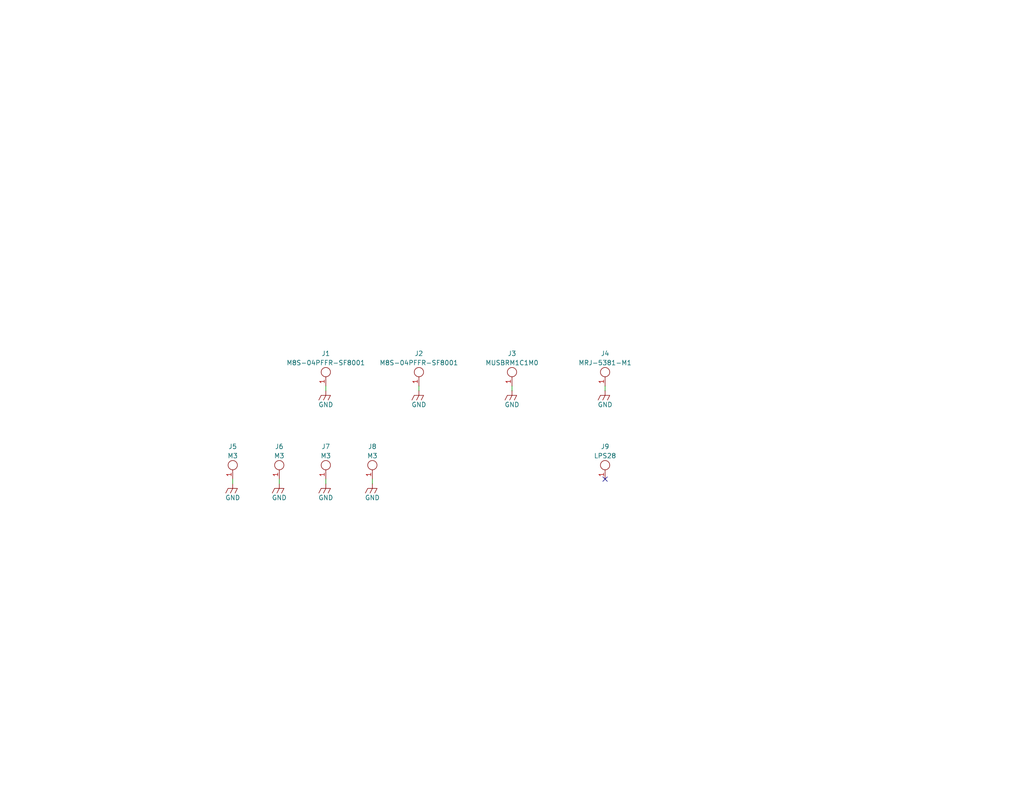
<source format=kicad_sch>
(kicad_sch (version 20250114) (generator "eeschema") (generator_version "9.0")
  (paper "USLetter")
  (title_block (title "Awohali - Front Panel") (date "2025-05-14") (rev "1") (comment 2 "PROTOTYPE") (comment 3 "2025"))
  (lib_symbols
    (symbol "DS-Mounting-Holes:Mounting-Hole"
      (property "Reference" "J" (at 0 4.445 0))
      (property "Value" "VAL" (at 0 2.54 0))
      (symbol "Mounting-Hole_0_1"
        (circle (center 0 0) (radius 1.27))
      )
      (symbol "Mounting-Hole_1_1"
        (pin input line (at 0 -3.81 90) (length 2.54) (name "") (number "1"))
      )
    )
    (symbol "DS-Power:CGND" (power) (pin_numbers (hide yes)) (pin_names (offset 0) (hide yes))
      (property "Value" "GND" (at 0 -3.81 0))
      (symbol "CGND_0_1"
        (polyline (pts (xy -1.27 -1.27) (xy -1.905 -2.54)))
        (polyline (pts (xy -1.27 -1.27) (xy -1.27 -1.27)))
        (polyline (pts (xy -0.254 -2.54) (xy -0.254 -2.54)))
        (polyline (pts (xy 0 0) (xy 0 -1.27)))
        (polyline (pts (xy 0 -1.27) (xy -0.635 -2.54)))
        (polyline (pts (xy 1.27 -1.27) (xy -1.27 -1.27)))
        (polyline (pts (xy 1.27 -1.27) (xy 0.635 -2.54)))
      )
      (symbol "CGND_1_1"
        (pin power_in line (at 0 0 270) (length 0) (name "~") (number "1"))
      )
    )
    (symbol "Mounting-Hole_1"
      (property "Reference" "J3" (at 0 5.08 0))
      (property "Value" "M8S-04PFFR-SF8001" (at 0 2.54 0))
      (symbol "Mounting-Hole_1_0_1"
        (circle (center 0 0) (radius 1.27))
      )
      (symbol "Mounting-Hole_1_1_1"
        (pin input line (at 0 -3.81 90) (length 2.54) (name "") (number "1"))
        (pin input line (at 0 -3.81 90) (length 2.54) (hide yes) (name "") (number "2"))
      )
    )
    (symbol "Mounting-Hole_2"
      (property "Reference" "J9" (at 0 5.08 0))
      (property "Value" "LPS28" (at 0 2.54 0))
      (symbol "Mounting-Hole_2_0_1"
        (circle (center 0 0) (radius 1.27))
      )
      (symbol "Mounting-Hole_2_1_1"
        (pin input line (at 0 -3.81 90) (length 2.54) (name "") (number "1"))
        (pin input line (at 0 -3.81 90) (length 2.54) (hide yes) (name "") (number "2"))
        (pin input line (at 0 -3.81 90) (length 2.54) (hide yes) (name "") (number "3"))
        (pin input line (at 0 -3.81 90) (length 2.54) (hide yes) (name "") (number "4"))
      )
    )
  )
  (no_connect (at 165.1 130.81))
  (wire (pts (xy 165.1 105.41) (xy 165.1 106.68)))
  (wire (pts (xy 139.7 105.41) (xy 139.7 106.68)))
  (wire (pts (xy 88.9 130.81) (xy 88.9 132.08)))
  (wire (pts (xy 101.6 130.81) (xy 101.6 132.08)))
  (wire (pts (xy 63.5 130.81) (xy 63.5 132.08)))
  (wire (pts (xy 114.3 105.41) (xy 114.3 106.68)))
  (wire (pts (xy 76.2 130.81) (xy 76.2 132.08)))
  (wire (pts (xy 88.9 105.41) (xy 88.9 106.68)))
  (symbol (lib_id "DS-Power:CGND") (at 76.2 132.08 0) (unit 1)
    (property "Reference" "#PWR06" (effects (hide yes)))
    (property "Value" "GND" (at 76.2 135.89 0))
  )
  (symbol (lib_id "DS-Mounting-Holes:Mounting-Hole") (at 88.9 101.6 0) (unit 1)
    (property "Reference" "J1" (at 88.9 96.52 0))
    (property "Value" "M8S-04PFFR-SF8001" (at 88.9 99.06 0))
    (property "Footprint" "DS-Connectors-Panel-Mount:M8S" (effects (hide yes)))
    (property "Datasheet" "https://amphenolltw.com/down.php?prod_files=428458" (effects (hide yes)))
    (property "Description" "CONN RCPT FMALE 4POS GOLD SOLDER" (effects (hide yes)))
    (property "Manufacturer" "Amphenol LTW" (effects (hide yes)))
    (property "MPN" "M8S-04PFFR-SF8001" (effects (hide yes)))
    (property "DKPN" "1754-1451-ND" (effects (hide yes)))
  )
  (symbol (lib_id "DS-Power:CGND") (at 88.9 106.68 0) (unit 1)
    (property "Reference" "#PWR01" (effects (hide yes)))
    (property "Value" "GND" (at 88.9 110.49 0))
  )
  (symbol (lib_id "DS-Power:CGND") (at 88.9 132.08 0) (unit 1)
    (property "Reference" "#PWR07" (effects (hide yes)))
    (property "Value" "GND" (at 88.9 135.89 0))
  )
  (symbol (lib_name "Mounting-Hole_1") (lib_id "DS-Mounting-Holes:Mounting-Hole") (at 165.1 101.6 0) (unit 1)
    (property "Reference" "J4" (at 165.1 96.52 0))
    (property "Value" "MRJ-5381-M1" (at 165.1 99.06 0))
    (property "Footprint" "DS-Connectors-Panel-Mount:MRJ-53XX-X1" (effects (hide yes)))
    (property "Datasheet" "https://cdn.amphenol-cs.com/media/wysiwyg/files/drawing/mrjr53xxx1.pdf" (effects (hide yes)))
    (property "Description" "CONN MOD JACK 8P8C R/A UNSHLD" (effects (hide yes)))
    (property "Manufacturer" "Amphenol ICC (Commercial Products)" (effects (hide yes)))
    (property "MPN" "MRJ5381M1" (effects (hide yes)))
    (property "DKPN" "MRJ5381M1-ND" (effects (hide yes)))
  )
  (symbol (lib_id "DS-Power:CGND") (at 101.6 132.08 0) (unit 1)
    (property "Reference" "#PWR08" (effects (hide yes)))
    (property "Value" "GND" (at 101.6 135.89 0))
  )
  (symbol (lib_id "DS-Power:CGND") (at 114.3 106.68 0) (unit 1)
    (property "Reference" "#PWR02" (effects (hide yes)))
    (property "Value" "GND" (at 114.3 110.49 0))
  )
  (symbol (lib_id "DS-Mounting-Holes:Mounting-Hole") (at 101.6 127 0) (unit 1)
    (property "Reference" "J8" (at 101.6 121.92 0))
    (property "Value" "M3" (at 101.6 124.46 0))
    (property "Footprint" "DS-Mounting-Holes:M3_PTH" (effects (hide yes)))
  )
  (symbol (lib_name "Mounting-Hole_1") (lib_id "DS-Mounting-Holes:Mounting-Hole") (at 139.7 101.6 0) (unit 1)
    (property "Reference" "J3" (at 139.7 96.52 0))
    (property "Value" "MUSBRM1C1M0" (at 139.7 99.06 0))
    (property "Footprint" "DS-Connectors-Panel-Mount:MUSBR-M1C1-XX" (effects (hide yes)))
    (property "Datasheet" "https://cdn.amphenol-cs.com/media/wysiwyg/files/drawing/musbrm1c1xx.pdf" (effects (hide yes)))
    (property "Description" "CONN RCPT TYPEC 24POS PCB R/A" (effects (hide yes)))
    (property "Manufacturer" "Amphenol ICC (Commercial Products)" (effects (hide yes)))
    (property "MPN" "MUSBRM1C1M0" (effects (hide yes)))
    (property "DKPN" "MUSBRM1C1M0-ND" (effects (hide yes)))
  )
  (symbol (lib_id "DS-Mounting-Holes:Mounting-Hole") (at 63.5 127 0) (unit 1)
    (property "Reference" "J5" (at 63.5 121.92 0))
    (property "Value" "M3" (at 63.5 124.46 0))
    (property "Footprint" "DS-Mounting-Holes:M3_PTH" (effects (hide yes)))
  )
  (symbol (lib_id "DS-Power:CGND") (at 139.7 106.68 0) (unit 1)
    (property "Reference" "#PWR03" (effects (hide yes)))
    (property "Value" "GND" (at 139.7 110.49 0))
  )
  (symbol (lib_name "Mounting-Hole_2") (lib_id "DS-Mounting-Holes:Mounting-Hole") (at 165.1 127 0) (unit 1)
    (property "Reference" "J9" (at 165.1 121.92 0))
    (property "Value" "LPS28" (at 165.1 124.46 0))
    (property "Footprint" "lib_fp:LPS28_Sensor" (effects (hide yes)))
  )
  (symbol (lib_id "DS-Mounting-Holes:Mounting-Hole") (at 76.2 127 0) (unit 1)
    (property "Reference" "J6" (at 76.2 121.92 0))
    (property "Value" "M3" (at 76.2 124.46 0))
    (property "Footprint" "DS-Mounting-Holes:M3_PTH" (effects (hide yes)))
  )
  (symbol (lib_id "DS-Mounting-Holes:Mounting-Hole") (at 88.9 127 0) (unit 1)
    (property "Reference" "J7" (at 88.9 121.92 0))
    (property "Value" "M3" (at 88.9 124.46 0))
    (property "Footprint" "DS-Mounting-Holes:M3_PTH" (effects (hide yes)))
  )
  (symbol (lib_id "DS-Mounting-Holes:Mounting-Hole") (at 114.3 101.6 0) (unit 1)
    (property "Reference" "J2" (at 114.3 96.52 0))
    (property "Value" "M8S-04PFFR-SF8001" (at 114.3 99.06 0))
    (property "Footprint" "DS-Connectors-Panel-Mount:M8S" (effects (hide yes)))
    (property "Datasheet" "https://amphenolltw.com/down.php?prod_files=428458" (effects (hide yes)))
    (property "Description" "CONN RCPT FMALE 4POS GOLD SOLDER" (effects (hide yes)))
    (property "Manufacturer" "Amphenol LTW" (effects (hide yes)))
    (property "MPN" "M8S-04PFFR-SF8001" (effects (hide yes)))
    (property "DKPN" "1754-1451-ND" (effects (hide yes)))
  )
  (symbol (lib_id "DS-Power:CGND") (at 63.5 132.08 0) (unit 1)
    (property "Reference" "#PWR05" (effects (hide yes)))
    (property "Value" "GND" (at 63.5 135.89 0))
  )
  (symbol (lib_id "DS-Power:CGND") (at 165.1 106.68 0) (unit 1)
    (property "Reference" "#PWR04" (effects (hide yes)))
    (property "Value" "GND" (at 165.1 110.49 0))
  )
)
</source>
